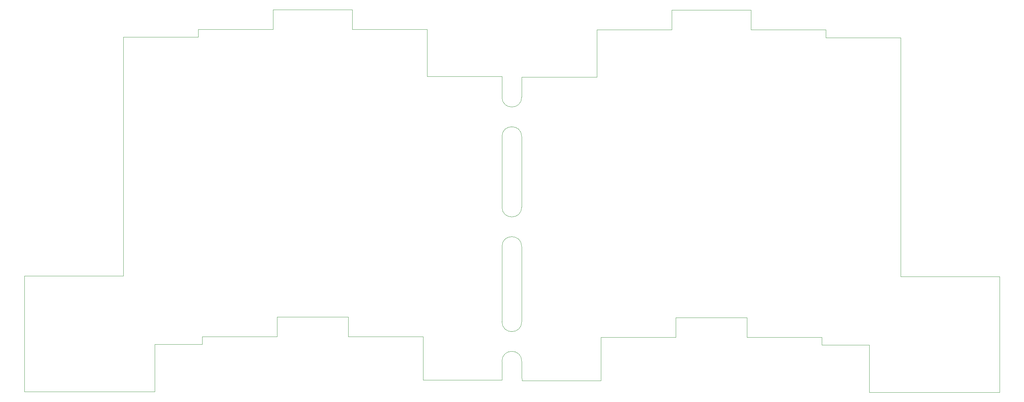
<source format=gbr>
%TF.GenerationSoftware,KiCad,Pcbnew,9.0.6*%
%TF.CreationDate,2025-12-27T17:50:34+00:00*%
%TF.ProjectId,Split Keyboard,53706c69-7420-44b6-9579-626f6172642e,rev?*%
%TF.SameCoordinates,Original*%
%TF.FileFunction,Profile,NP*%
%FSLAX46Y46*%
G04 Gerber Fmt 4.6, Leading zero omitted, Abs format (unit mm)*
G04 Created by KiCad (PCBNEW 9.0.6) date 2025-12-27 17:50:34*
%MOMM*%
%LPD*%
G01*
G04 APERTURE LIST*
%TA.AperFunction,Profile*%
%ADD10C,0.050000*%
%TD*%
%TA.AperFunction,Profile*%
%ADD11C,0.100000*%
%TD*%
G04 APERTURE END LIST*
D10*
X192468500Y-28883800D02*
X212468500Y-28883800D01*
X91461400Y-28732500D02*
X91461400Y-33732500D01*
X149425700Y-46212500D02*
X149425700Y-50976500D01*
X149425700Y-88876500D02*
X149425700Y-107976500D01*
X149425700Y-121726500D02*
X149425700Y-117976500D01*
X273468500Y-96483800D02*
X275468500Y-96483800D01*
X242468500Y-124883800D02*
X242468500Y-113883800D01*
X154425700Y-107976500D02*
X154425700Y-88876500D01*
X92461400Y-111732500D02*
X92461400Y-106732500D01*
X173468500Y-45883800D02*
X154972900Y-45883800D01*
X72461400Y-35732500D02*
X53461400Y-35732500D01*
X110461400Y-106732500D02*
X110461400Y-111732500D01*
X211468500Y-106883800D02*
X193468500Y-106883800D01*
X73461400Y-111732500D02*
X92461400Y-111732500D01*
X193468500Y-111883800D02*
X174468500Y-111883800D01*
X147292100Y-122732500D02*
X148425700Y-122726500D01*
X192468500Y-33883800D02*
X173468500Y-33883800D01*
X272268500Y-96483800D02*
X273468500Y-96483800D01*
X129461400Y-122732500D02*
X147292100Y-122732500D01*
X154472900Y-122883800D02*
X154452517Y-121856998D01*
X174468500Y-122883800D02*
X156138900Y-122883800D01*
X53461400Y-93732500D02*
X53461400Y-95732500D01*
X154425700Y-78876500D02*
X154425700Y-60976500D01*
X61461400Y-124732500D02*
X61461400Y-125732500D01*
X231468500Y-33883800D02*
X231468500Y-35883800D01*
X154451350Y-46112500D02*
X154425700Y-50976500D01*
X53461400Y-96332500D02*
X53461400Y-95732500D01*
X154972900Y-45883800D02*
X154452900Y-45883800D01*
X149425700Y-121726500D02*
X149425700Y-122712500D01*
X149425700Y-60976500D02*
X149425700Y-78876500D01*
X61461400Y-124732500D02*
X61461400Y-113732500D01*
X192468500Y-28883800D02*
X192468500Y-33883800D01*
X154451350Y-46112500D02*
X154452556Y-45883800D01*
X28461400Y-96332500D02*
X28461400Y-125732500D01*
X250468500Y-96483800D02*
X250468500Y-95883800D01*
X28461400Y-125732500D02*
X30461400Y-125732500D01*
X230468500Y-111883800D02*
X211468500Y-111883800D01*
X31661400Y-96332500D02*
X30461400Y-96332500D01*
X92461400Y-106732500D02*
X110461400Y-106732500D01*
X242468500Y-124883800D02*
X242468500Y-125883800D01*
X61461400Y-125732500D02*
X30461400Y-125732500D01*
X193468500Y-106883800D02*
X193468500Y-111883800D01*
X72461400Y-33732500D02*
X72461400Y-35732500D01*
X156138900Y-122883800D02*
X154472900Y-122883800D01*
X250468500Y-93883800D02*
X250468500Y-95883800D01*
X211468500Y-111883800D02*
X211468500Y-106883800D01*
X111461400Y-28732500D02*
X111461400Y-33732500D01*
X230468500Y-113883800D02*
X230468500Y-111883800D01*
X250468500Y-35883800D02*
X250468500Y-93883800D01*
X149272900Y-45732500D02*
X149425700Y-45732500D01*
X129461400Y-111732500D02*
X129461400Y-122732500D01*
X130461400Y-33732500D02*
X130461400Y-45732500D01*
X53461400Y-35732500D02*
X53461400Y-93732500D01*
X111461400Y-33732500D02*
X130461400Y-33732500D01*
X61461400Y-113732500D02*
X73461400Y-113732500D01*
X173468500Y-33883800D02*
X173468500Y-45883800D01*
X149425700Y-46212500D02*
X149425700Y-45732500D01*
X242468500Y-113883800D02*
X230468500Y-113883800D01*
X275468500Y-125883800D02*
X273468500Y-125883800D01*
X31661400Y-96332500D02*
X53461400Y-96332500D01*
X148425700Y-122726500D02*
X149425700Y-122721207D01*
X275468500Y-96483800D02*
X275468500Y-125883800D01*
X174468500Y-111883800D02*
X174468500Y-122883800D01*
X231468500Y-35883800D02*
X250468500Y-35883800D01*
X212468500Y-28883800D02*
X212468500Y-33883800D01*
X242468500Y-125883800D02*
X273468500Y-125883800D01*
X212468500Y-33883800D02*
X231468500Y-33883800D01*
X130461400Y-45732500D02*
X149272900Y-45732500D01*
X30461400Y-96332500D02*
X28461400Y-96332500D01*
X73461400Y-113732500D02*
X73461400Y-111732500D01*
X91461400Y-33732500D02*
X72461400Y-33732500D01*
X111461400Y-28732500D02*
X91461400Y-28732500D01*
X110461400Y-111732500D02*
X129461400Y-111732500D01*
X154452517Y-121856998D02*
X154425700Y-117976500D01*
X272268500Y-96483800D02*
X250468500Y-96483800D01*
D11*
%TO.C,BO2*%
X149425700Y-88876500D02*
G75*
G02*
X154425700Y-88876500I2500000J0D01*
G01*
X154425700Y-78876500D02*
G75*
G02*
X149425700Y-78876500I-2500000J0D01*
G01*
%TO.C,BO3*%
X149425700Y-117976500D02*
G75*
G02*
X154425700Y-117976500I2500000J0D01*
G01*
X154425700Y-107976500D02*
G75*
G02*
X149425700Y-107976500I-2500000J0D01*
G01*
%TO.C,BO1*%
X149425700Y-60976500D02*
G75*
G02*
X154425700Y-60976500I2500000J0D01*
G01*
X154425700Y-50976500D02*
G75*
G02*
X149425700Y-50976500I-2500000J0D01*
G01*
%TD*%
M02*

</source>
